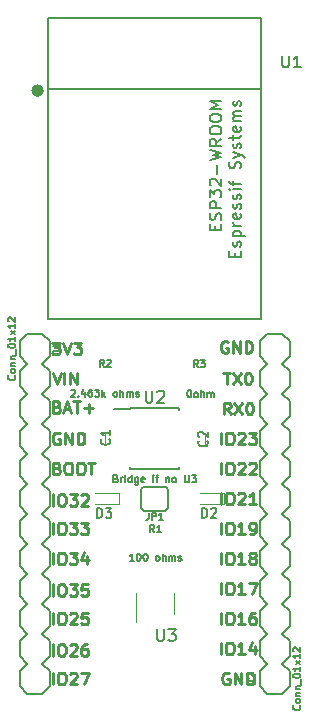
<source format=gbr>
G04 #@! TF.GenerationSoftware,KiCad,Pcbnew,(5.0.2)-1*
G04 #@! TF.CreationDate,2019-10-20T23:59:16+02:00*
G04 #@! TF.ProjectId,esp32-lifepo4 - slim,65737033-322d-46c6-9966-65706f34202d,rev?*
G04 #@! TF.SameCoordinates,Original*
G04 #@! TF.FileFunction,Legend,Top*
G04 #@! TF.FilePolarity,Positive*
%FSLAX46Y46*%
G04 Gerber Fmt 4.6, Leading zero omitted, Abs format (unit mm)*
G04 Created by KiCad (PCBNEW (5.0.2)-1) date 20/10/2019 23:59:16*
%MOMM*%
%LPD*%
G01*
G04 APERTURE LIST*
%ADD10C,0.250000*%
%ADD11C,0.500000*%
%ADD12C,0.150000*%
%ADD13C,0.120000*%
%ADD14C,0.203200*%
%ADD15C,0.152400*%
%ADD16C,0.127000*%
G04 APERTURE END LIST*
D10*
X153289095Y-117991000D02*
X153193857Y-117943380D01*
X153051000Y-117943380D01*
X152908142Y-117991000D01*
X152812904Y-118086238D01*
X152765285Y-118181476D01*
X152717666Y-118371952D01*
X152717666Y-118514809D01*
X152765285Y-118705285D01*
X152812904Y-118800523D01*
X152908142Y-118895761D01*
X153051000Y-118943380D01*
X153146238Y-118943380D01*
X153289095Y-118895761D01*
X153336714Y-118848142D01*
X153336714Y-118514809D01*
X153146238Y-118514809D01*
X153765285Y-118943380D02*
X153765285Y-117943380D01*
X154336714Y-118943380D01*
X154336714Y-117943380D01*
X154812904Y-118943380D02*
X154812904Y-117943380D01*
X155051000Y-117943380D01*
X155193857Y-117991000D01*
X155289095Y-118086238D01*
X155336714Y-118181476D01*
X155384333Y-118371952D01*
X155384333Y-118514809D01*
X155336714Y-118705285D01*
X155289095Y-118800523D01*
X155193857Y-118895761D01*
X155051000Y-118943380D01*
X154812904Y-118943380D01*
X153162095Y-89924000D02*
X153066857Y-89876380D01*
X152924000Y-89876380D01*
X152781142Y-89924000D01*
X152685904Y-90019238D01*
X152638285Y-90114476D01*
X152590666Y-90304952D01*
X152590666Y-90447809D01*
X152638285Y-90638285D01*
X152685904Y-90733523D01*
X152781142Y-90828761D01*
X152924000Y-90876380D01*
X153019238Y-90876380D01*
X153162095Y-90828761D01*
X153209714Y-90781142D01*
X153209714Y-90447809D01*
X153019238Y-90447809D01*
X153638285Y-90876380D02*
X153638285Y-89876380D01*
X154209714Y-90876380D01*
X154209714Y-89876380D01*
X154685904Y-90876380D02*
X154685904Y-89876380D01*
X154924000Y-89876380D01*
X155066857Y-89924000D01*
X155162095Y-90019238D01*
X155209714Y-90114476D01*
X155257333Y-90304952D01*
X155257333Y-90447809D01*
X155209714Y-90638285D01*
X155162095Y-90733523D01*
X155066857Y-90828761D01*
X154924000Y-90876380D01*
X154685904Y-90876380D01*
X152812904Y-92543380D02*
X153384333Y-92543380D01*
X153098619Y-93543380D02*
X153098619Y-92543380D01*
X153622428Y-92543380D02*
X154289095Y-93543380D01*
X154289095Y-92543380D02*
X153622428Y-93543380D01*
X154860523Y-92543380D02*
X154955761Y-92543380D01*
X155051000Y-92591000D01*
X155098619Y-92638619D01*
X155146238Y-92733857D01*
X155193857Y-92924333D01*
X155193857Y-93162428D01*
X155146238Y-93352904D01*
X155098619Y-93448142D01*
X155051000Y-93495761D01*
X154955761Y-93543380D01*
X154860523Y-93543380D01*
X154765285Y-93495761D01*
X154717666Y-93448142D01*
X154670047Y-93352904D01*
X154622428Y-93162428D01*
X154622428Y-92924333D01*
X154670047Y-92733857D01*
X154717666Y-92638619D01*
X154765285Y-92591000D01*
X154860523Y-92543380D01*
X153408142Y-96083380D02*
X153074809Y-95607190D01*
X152836714Y-96083380D02*
X152836714Y-95083380D01*
X153217666Y-95083380D01*
X153312904Y-95131000D01*
X153360523Y-95178619D01*
X153408142Y-95273857D01*
X153408142Y-95416714D01*
X153360523Y-95511952D01*
X153312904Y-95559571D01*
X153217666Y-95607190D01*
X152836714Y-95607190D01*
X153741476Y-95083380D02*
X154408142Y-96083380D01*
X154408142Y-95083380D02*
X153741476Y-96083380D01*
X154979571Y-95083380D02*
X155074809Y-95083380D01*
X155170047Y-95131000D01*
X155217666Y-95178619D01*
X155265285Y-95273857D01*
X155312904Y-95464333D01*
X155312904Y-95702428D01*
X155265285Y-95892904D01*
X155217666Y-95988142D01*
X155170047Y-96035761D01*
X155074809Y-96083380D01*
X154979571Y-96083380D01*
X154884333Y-96035761D01*
X154836714Y-95988142D01*
X154789095Y-95892904D01*
X154741476Y-95702428D01*
X154741476Y-95464333D01*
X154789095Y-95273857D01*
X154836714Y-95178619D01*
X154884333Y-95131000D01*
X154979571Y-95083380D01*
X152574809Y-98623380D02*
X152574809Y-97623380D01*
X153241476Y-97623380D02*
X153431952Y-97623380D01*
X153527190Y-97671000D01*
X153622428Y-97766238D01*
X153670047Y-97956714D01*
X153670047Y-98290047D01*
X153622428Y-98480523D01*
X153527190Y-98575761D01*
X153431952Y-98623380D01*
X153241476Y-98623380D01*
X153146238Y-98575761D01*
X153051000Y-98480523D01*
X153003380Y-98290047D01*
X153003380Y-97956714D01*
X153051000Y-97766238D01*
X153146238Y-97671000D01*
X153241476Y-97623380D01*
X154051000Y-97718619D02*
X154098619Y-97671000D01*
X154193857Y-97623380D01*
X154431952Y-97623380D01*
X154527190Y-97671000D01*
X154574809Y-97718619D01*
X154622428Y-97813857D01*
X154622428Y-97909095D01*
X154574809Y-98051952D01*
X154003380Y-98623380D01*
X154622428Y-98623380D01*
X154955761Y-97623380D02*
X155574809Y-97623380D01*
X155241476Y-98004333D01*
X155384333Y-98004333D01*
X155479571Y-98051952D01*
X155527190Y-98099571D01*
X155574809Y-98194809D01*
X155574809Y-98432904D01*
X155527190Y-98528142D01*
X155479571Y-98575761D01*
X155384333Y-98623380D01*
X155098619Y-98623380D01*
X155003380Y-98575761D01*
X154955761Y-98528142D01*
X152574809Y-101163380D02*
X152574809Y-100163380D01*
X153241476Y-100163380D02*
X153431952Y-100163380D01*
X153527190Y-100211000D01*
X153622428Y-100306238D01*
X153670047Y-100496714D01*
X153670047Y-100830047D01*
X153622428Y-101020523D01*
X153527190Y-101115761D01*
X153431952Y-101163380D01*
X153241476Y-101163380D01*
X153146238Y-101115761D01*
X153051000Y-101020523D01*
X153003380Y-100830047D01*
X153003380Y-100496714D01*
X153051000Y-100306238D01*
X153146238Y-100211000D01*
X153241476Y-100163380D01*
X154051000Y-100258619D02*
X154098619Y-100211000D01*
X154193857Y-100163380D01*
X154431952Y-100163380D01*
X154527190Y-100211000D01*
X154574809Y-100258619D01*
X154622428Y-100353857D01*
X154622428Y-100449095D01*
X154574809Y-100591952D01*
X154003380Y-101163380D01*
X154622428Y-101163380D01*
X155003380Y-100258619D02*
X155051000Y-100211000D01*
X155146238Y-100163380D01*
X155384333Y-100163380D01*
X155479571Y-100211000D01*
X155527190Y-100258619D01*
X155574809Y-100353857D01*
X155574809Y-100449095D01*
X155527190Y-100591952D01*
X154955761Y-101163380D01*
X155574809Y-101163380D01*
X152574809Y-103703380D02*
X152574809Y-102703380D01*
X153241476Y-102703380D02*
X153431952Y-102703380D01*
X153527190Y-102751000D01*
X153622428Y-102846238D01*
X153670047Y-103036714D01*
X153670047Y-103370047D01*
X153622428Y-103560523D01*
X153527190Y-103655761D01*
X153431952Y-103703380D01*
X153241476Y-103703380D01*
X153146238Y-103655761D01*
X153051000Y-103560523D01*
X153003380Y-103370047D01*
X153003380Y-103036714D01*
X153051000Y-102846238D01*
X153146238Y-102751000D01*
X153241476Y-102703380D01*
X154051000Y-102798619D02*
X154098619Y-102751000D01*
X154193857Y-102703380D01*
X154431952Y-102703380D01*
X154527190Y-102751000D01*
X154574809Y-102798619D01*
X154622428Y-102893857D01*
X154622428Y-102989095D01*
X154574809Y-103131952D01*
X154003380Y-103703380D01*
X154622428Y-103703380D01*
X155574809Y-103703380D02*
X155003380Y-103703380D01*
X155289095Y-103703380D02*
X155289095Y-102703380D01*
X155193857Y-102846238D01*
X155098619Y-102941476D01*
X155003380Y-102989095D01*
X152574809Y-106243380D02*
X152574809Y-105243380D01*
X153241476Y-105243380D02*
X153431952Y-105243380D01*
X153527190Y-105291000D01*
X153622428Y-105386238D01*
X153670047Y-105576714D01*
X153670047Y-105910047D01*
X153622428Y-106100523D01*
X153527190Y-106195761D01*
X153431952Y-106243380D01*
X153241476Y-106243380D01*
X153146238Y-106195761D01*
X153051000Y-106100523D01*
X153003380Y-105910047D01*
X153003380Y-105576714D01*
X153051000Y-105386238D01*
X153146238Y-105291000D01*
X153241476Y-105243380D01*
X154622428Y-106243380D02*
X154051000Y-106243380D01*
X154336714Y-106243380D02*
X154336714Y-105243380D01*
X154241476Y-105386238D01*
X154146238Y-105481476D01*
X154051000Y-105529095D01*
X155098619Y-106243380D02*
X155289095Y-106243380D01*
X155384333Y-106195761D01*
X155431952Y-106148142D01*
X155527190Y-106005285D01*
X155574809Y-105814809D01*
X155574809Y-105433857D01*
X155527190Y-105338619D01*
X155479571Y-105291000D01*
X155384333Y-105243380D01*
X155193857Y-105243380D01*
X155098619Y-105291000D01*
X155051000Y-105338619D01*
X155003380Y-105433857D01*
X155003380Y-105671952D01*
X155051000Y-105767190D01*
X155098619Y-105814809D01*
X155193857Y-105862428D01*
X155384333Y-105862428D01*
X155479571Y-105814809D01*
X155527190Y-105767190D01*
X155574809Y-105671952D01*
X152574809Y-108783380D02*
X152574809Y-107783380D01*
X153241476Y-107783380D02*
X153431952Y-107783380D01*
X153527190Y-107831000D01*
X153622428Y-107926238D01*
X153670047Y-108116714D01*
X153670047Y-108450047D01*
X153622428Y-108640523D01*
X153527190Y-108735761D01*
X153431952Y-108783380D01*
X153241476Y-108783380D01*
X153146238Y-108735761D01*
X153051000Y-108640523D01*
X153003380Y-108450047D01*
X153003380Y-108116714D01*
X153051000Y-107926238D01*
X153146238Y-107831000D01*
X153241476Y-107783380D01*
X154622428Y-108783380D02*
X154051000Y-108783380D01*
X154336714Y-108783380D02*
X154336714Y-107783380D01*
X154241476Y-107926238D01*
X154146238Y-108021476D01*
X154051000Y-108069095D01*
X155193857Y-108211952D02*
X155098619Y-108164333D01*
X155051000Y-108116714D01*
X155003380Y-108021476D01*
X155003380Y-107973857D01*
X155051000Y-107878619D01*
X155098619Y-107831000D01*
X155193857Y-107783380D01*
X155384333Y-107783380D01*
X155479571Y-107831000D01*
X155527190Y-107878619D01*
X155574809Y-107973857D01*
X155574809Y-108021476D01*
X155527190Y-108116714D01*
X155479571Y-108164333D01*
X155384333Y-108211952D01*
X155193857Y-108211952D01*
X155098619Y-108259571D01*
X155051000Y-108307190D01*
X155003380Y-108402428D01*
X155003380Y-108592904D01*
X155051000Y-108688142D01*
X155098619Y-108735761D01*
X155193857Y-108783380D01*
X155384333Y-108783380D01*
X155479571Y-108735761D01*
X155527190Y-108688142D01*
X155574809Y-108592904D01*
X155574809Y-108402428D01*
X155527190Y-108307190D01*
X155479571Y-108259571D01*
X155384333Y-108211952D01*
X152574809Y-111323380D02*
X152574809Y-110323380D01*
X153241476Y-110323380D02*
X153431952Y-110323380D01*
X153527190Y-110371000D01*
X153622428Y-110466238D01*
X153670047Y-110656714D01*
X153670047Y-110990047D01*
X153622428Y-111180523D01*
X153527190Y-111275761D01*
X153431952Y-111323380D01*
X153241476Y-111323380D01*
X153146238Y-111275761D01*
X153051000Y-111180523D01*
X153003380Y-110990047D01*
X153003380Y-110656714D01*
X153051000Y-110466238D01*
X153146238Y-110371000D01*
X153241476Y-110323380D01*
X154622428Y-111323380D02*
X154051000Y-111323380D01*
X154336714Y-111323380D02*
X154336714Y-110323380D01*
X154241476Y-110466238D01*
X154146238Y-110561476D01*
X154051000Y-110609095D01*
X154955761Y-110323380D02*
X155622428Y-110323380D01*
X155193857Y-111323380D01*
X152574809Y-113863380D02*
X152574809Y-112863380D01*
X153241476Y-112863380D02*
X153431952Y-112863380D01*
X153527190Y-112911000D01*
X153622428Y-113006238D01*
X153670047Y-113196714D01*
X153670047Y-113530047D01*
X153622428Y-113720523D01*
X153527190Y-113815761D01*
X153431952Y-113863380D01*
X153241476Y-113863380D01*
X153146238Y-113815761D01*
X153051000Y-113720523D01*
X153003380Y-113530047D01*
X153003380Y-113196714D01*
X153051000Y-113006238D01*
X153146238Y-112911000D01*
X153241476Y-112863380D01*
X154622428Y-113863380D02*
X154051000Y-113863380D01*
X154336714Y-113863380D02*
X154336714Y-112863380D01*
X154241476Y-113006238D01*
X154146238Y-113101476D01*
X154051000Y-113149095D01*
X155479571Y-112863380D02*
X155289095Y-112863380D01*
X155193857Y-112911000D01*
X155146238Y-112958619D01*
X155051000Y-113101476D01*
X155003380Y-113291952D01*
X155003380Y-113672904D01*
X155051000Y-113768142D01*
X155098619Y-113815761D01*
X155193857Y-113863380D01*
X155384333Y-113863380D01*
X155479571Y-113815761D01*
X155527190Y-113768142D01*
X155574809Y-113672904D01*
X155574809Y-113434809D01*
X155527190Y-113339571D01*
X155479571Y-113291952D01*
X155384333Y-113244333D01*
X155193857Y-113244333D01*
X155098619Y-113291952D01*
X155051000Y-113339571D01*
X155003380Y-113434809D01*
X152574809Y-116403380D02*
X152574809Y-115403380D01*
X153241476Y-115403380D02*
X153431952Y-115403380D01*
X153527190Y-115451000D01*
X153622428Y-115546238D01*
X153670047Y-115736714D01*
X153670047Y-116070047D01*
X153622428Y-116260523D01*
X153527190Y-116355761D01*
X153431952Y-116403380D01*
X153241476Y-116403380D01*
X153146238Y-116355761D01*
X153051000Y-116260523D01*
X153003380Y-116070047D01*
X153003380Y-115736714D01*
X153051000Y-115546238D01*
X153146238Y-115451000D01*
X153241476Y-115403380D01*
X154622428Y-116403380D02*
X154051000Y-116403380D01*
X154336714Y-116403380D02*
X154336714Y-115403380D01*
X154241476Y-115546238D01*
X154146238Y-115641476D01*
X154051000Y-115689095D01*
X155479571Y-115736714D02*
X155479571Y-116403380D01*
X155241476Y-115355761D02*
X155003380Y-116070047D01*
X155622428Y-116070047D01*
X138350809Y-118943380D02*
X138350809Y-117943380D01*
X139017476Y-117943380D02*
X139207952Y-117943380D01*
X139303190Y-117991000D01*
X139398428Y-118086238D01*
X139446047Y-118276714D01*
X139446047Y-118610047D01*
X139398428Y-118800523D01*
X139303190Y-118895761D01*
X139207952Y-118943380D01*
X139017476Y-118943380D01*
X138922238Y-118895761D01*
X138827000Y-118800523D01*
X138779380Y-118610047D01*
X138779380Y-118276714D01*
X138827000Y-118086238D01*
X138922238Y-117991000D01*
X139017476Y-117943380D01*
X139827000Y-118038619D02*
X139874619Y-117991000D01*
X139969857Y-117943380D01*
X140207952Y-117943380D01*
X140303190Y-117991000D01*
X140350809Y-118038619D01*
X140398428Y-118133857D01*
X140398428Y-118229095D01*
X140350809Y-118371952D01*
X139779380Y-118943380D01*
X140398428Y-118943380D01*
X140731761Y-117943380D02*
X141398428Y-117943380D01*
X140969857Y-118943380D01*
X138350809Y-116530380D02*
X138350809Y-115530380D01*
X139017476Y-115530380D02*
X139207952Y-115530380D01*
X139303190Y-115578000D01*
X139398428Y-115673238D01*
X139446047Y-115863714D01*
X139446047Y-116197047D01*
X139398428Y-116387523D01*
X139303190Y-116482761D01*
X139207952Y-116530380D01*
X139017476Y-116530380D01*
X138922238Y-116482761D01*
X138827000Y-116387523D01*
X138779380Y-116197047D01*
X138779380Y-115863714D01*
X138827000Y-115673238D01*
X138922238Y-115578000D01*
X139017476Y-115530380D01*
X139827000Y-115625619D02*
X139874619Y-115578000D01*
X139969857Y-115530380D01*
X140207952Y-115530380D01*
X140303190Y-115578000D01*
X140350809Y-115625619D01*
X140398428Y-115720857D01*
X140398428Y-115816095D01*
X140350809Y-115958952D01*
X139779380Y-116530380D01*
X140398428Y-116530380D01*
X141255571Y-115530380D02*
X141065095Y-115530380D01*
X140969857Y-115578000D01*
X140922238Y-115625619D01*
X140827000Y-115768476D01*
X140779380Y-115958952D01*
X140779380Y-116339904D01*
X140827000Y-116435142D01*
X140874619Y-116482761D01*
X140969857Y-116530380D01*
X141160333Y-116530380D01*
X141255571Y-116482761D01*
X141303190Y-116435142D01*
X141350809Y-116339904D01*
X141350809Y-116101809D01*
X141303190Y-116006571D01*
X141255571Y-115958952D01*
X141160333Y-115911333D01*
X140969857Y-115911333D01*
X140874619Y-115958952D01*
X140827000Y-116006571D01*
X140779380Y-116101809D01*
X138350809Y-113863380D02*
X138350809Y-112863380D01*
X139017476Y-112863380D02*
X139207952Y-112863380D01*
X139303190Y-112911000D01*
X139398428Y-113006238D01*
X139446047Y-113196714D01*
X139446047Y-113530047D01*
X139398428Y-113720523D01*
X139303190Y-113815761D01*
X139207952Y-113863380D01*
X139017476Y-113863380D01*
X138922238Y-113815761D01*
X138827000Y-113720523D01*
X138779380Y-113530047D01*
X138779380Y-113196714D01*
X138827000Y-113006238D01*
X138922238Y-112911000D01*
X139017476Y-112863380D01*
X139827000Y-112958619D02*
X139874619Y-112911000D01*
X139969857Y-112863380D01*
X140207952Y-112863380D01*
X140303190Y-112911000D01*
X140350809Y-112958619D01*
X140398428Y-113053857D01*
X140398428Y-113149095D01*
X140350809Y-113291952D01*
X139779380Y-113863380D01*
X140398428Y-113863380D01*
X141303190Y-112863380D02*
X140827000Y-112863380D01*
X140779380Y-113339571D01*
X140827000Y-113291952D01*
X140922238Y-113244333D01*
X141160333Y-113244333D01*
X141255571Y-113291952D01*
X141303190Y-113339571D01*
X141350809Y-113434809D01*
X141350809Y-113672904D01*
X141303190Y-113768142D01*
X141255571Y-113815761D01*
X141160333Y-113863380D01*
X140922238Y-113863380D01*
X140827000Y-113815761D01*
X140779380Y-113768142D01*
X138350809Y-111450380D02*
X138350809Y-110450380D01*
X139017476Y-110450380D02*
X139207952Y-110450380D01*
X139303190Y-110498000D01*
X139398428Y-110593238D01*
X139446047Y-110783714D01*
X139446047Y-111117047D01*
X139398428Y-111307523D01*
X139303190Y-111402761D01*
X139207952Y-111450380D01*
X139017476Y-111450380D01*
X138922238Y-111402761D01*
X138827000Y-111307523D01*
X138779380Y-111117047D01*
X138779380Y-110783714D01*
X138827000Y-110593238D01*
X138922238Y-110498000D01*
X139017476Y-110450380D01*
X139779380Y-110450380D02*
X140398428Y-110450380D01*
X140065095Y-110831333D01*
X140207952Y-110831333D01*
X140303190Y-110878952D01*
X140350809Y-110926571D01*
X140398428Y-111021809D01*
X140398428Y-111259904D01*
X140350809Y-111355142D01*
X140303190Y-111402761D01*
X140207952Y-111450380D01*
X139922238Y-111450380D01*
X139827000Y-111402761D01*
X139779380Y-111355142D01*
X141303190Y-110450380D02*
X140827000Y-110450380D01*
X140779380Y-110926571D01*
X140827000Y-110878952D01*
X140922238Y-110831333D01*
X141160333Y-110831333D01*
X141255571Y-110878952D01*
X141303190Y-110926571D01*
X141350809Y-111021809D01*
X141350809Y-111259904D01*
X141303190Y-111355142D01*
X141255571Y-111402761D01*
X141160333Y-111450380D01*
X140922238Y-111450380D01*
X140827000Y-111402761D01*
X140779380Y-111355142D01*
X138350809Y-108783380D02*
X138350809Y-107783380D01*
X139017476Y-107783380D02*
X139207952Y-107783380D01*
X139303190Y-107831000D01*
X139398428Y-107926238D01*
X139446047Y-108116714D01*
X139446047Y-108450047D01*
X139398428Y-108640523D01*
X139303190Y-108735761D01*
X139207952Y-108783380D01*
X139017476Y-108783380D01*
X138922238Y-108735761D01*
X138827000Y-108640523D01*
X138779380Y-108450047D01*
X138779380Y-108116714D01*
X138827000Y-107926238D01*
X138922238Y-107831000D01*
X139017476Y-107783380D01*
X139779380Y-107783380D02*
X140398428Y-107783380D01*
X140065095Y-108164333D01*
X140207952Y-108164333D01*
X140303190Y-108211952D01*
X140350809Y-108259571D01*
X140398428Y-108354809D01*
X140398428Y-108592904D01*
X140350809Y-108688142D01*
X140303190Y-108735761D01*
X140207952Y-108783380D01*
X139922238Y-108783380D01*
X139827000Y-108735761D01*
X139779380Y-108688142D01*
X141255571Y-108116714D02*
X141255571Y-108783380D01*
X141017476Y-107735761D02*
X140779380Y-108450047D01*
X141398428Y-108450047D01*
X138350809Y-106243380D02*
X138350809Y-105243380D01*
X139017476Y-105243380D02*
X139207952Y-105243380D01*
X139303190Y-105291000D01*
X139398428Y-105386238D01*
X139446047Y-105576714D01*
X139446047Y-105910047D01*
X139398428Y-106100523D01*
X139303190Y-106195761D01*
X139207952Y-106243380D01*
X139017476Y-106243380D01*
X138922238Y-106195761D01*
X138827000Y-106100523D01*
X138779380Y-105910047D01*
X138779380Y-105576714D01*
X138827000Y-105386238D01*
X138922238Y-105291000D01*
X139017476Y-105243380D01*
X139779380Y-105243380D02*
X140398428Y-105243380D01*
X140065095Y-105624333D01*
X140207952Y-105624333D01*
X140303190Y-105671952D01*
X140350809Y-105719571D01*
X140398428Y-105814809D01*
X140398428Y-106052904D01*
X140350809Y-106148142D01*
X140303190Y-106195761D01*
X140207952Y-106243380D01*
X139922238Y-106243380D01*
X139827000Y-106195761D01*
X139779380Y-106148142D01*
X140731761Y-105243380D02*
X141350809Y-105243380D01*
X141017476Y-105624333D01*
X141160333Y-105624333D01*
X141255571Y-105671952D01*
X141303190Y-105719571D01*
X141350809Y-105814809D01*
X141350809Y-106052904D01*
X141303190Y-106148142D01*
X141255571Y-106195761D01*
X141160333Y-106243380D01*
X140874619Y-106243380D01*
X140779380Y-106195761D01*
X140731761Y-106148142D01*
X138350809Y-103830380D02*
X138350809Y-102830380D01*
X139017476Y-102830380D02*
X139207952Y-102830380D01*
X139303190Y-102878000D01*
X139398428Y-102973238D01*
X139446047Y-103163714D01*
X139446047Y-103497047D01*
X139398428Y-103687523D01*
X139303190Y-103782761D01*
X139207952Y-103830380D01*
X139017476Y-103830380D01*
X138922238Y-103782761D01*
X138827000Y-103687523D01*
X138779380Y-103497047D01*
X138779380Y-103163714D01*
X138827000Y-102973238D01*
X138922238Y-102878000D01*
X139017476Y-102830380D01*
X139779380Y-102830380D02*
X140398428Y-102830380D01*
X140065095Y-103211333D01*
X140207952Y-103211333D01*
X140303190Y-103258952D01*
X140350809Y-103306571D01*
X140398428Y-103401809D01*
X140398428Y-103639904D01*
X140350809Y-103735142D01*
X140303190Y-103782761D01*
X140207952Y-103830380D01*
X139922238Y-103830380D01*
X139827000Y-103782761D01*
X139779380Y-103735142D01*
X140779380Y-102925619D02*
X140827000Y-102878000D01*
X140922238Y-102830380D01*
X141160333Y-102830380D01*
X141255571Y-102878000D01*
X141303190Y-102925619D01*
X141350809Y-103020857D01*
X141350809Y-103116095D01*
X141303190Y-103258952D01*
X140731761Y-103830380D01*
X141350809Y-103830380D01*
X138723857Y-100639571D02*
X138866714Y-100687190D01*
X138914333Y-100734809D01*
X138961952Y-100830047D01*
X138961952Y-100972904D01*
X138914333Y-101068142D01*
X138866714Y-101115761D01*
X138771476Y-101163380D01*
X138390523Y-101163380D01*
X138390523Y-100163380D01*
X138723857Y-100163380D01*
X138819095Y-100211000D01*
X138866714Y-100258619D01*
X138914333Y-100353857D01*
X138914333Y-100449095D01*
X138866714Y-100544333D01*
X138819095Y-100591952D01*
X138723857Y-100639571D01*
X138390523Y-100639571D01*
X139581000Y-100163380D02*
X139771476Y-100163380D01*
X139866714Y-100211000D01*
X139961952Y-100306238D01*
X140009571Y-100496714D01*
X140009571Y-100830047D01*
X139961952Y-101020523D01*
X139866714Y-101115761D01*
X139771476Y-101163380D01*
X139581000Y-101163380D01*
X139485761Y-101115761D01*
X139390523Y-101020523D01*
X139342904Y-100830047D01*
X139342904Y-100496714D01*
X139390523Y-100306238D01*
X139485761Y-100211000D01*
X139581000Y-100163380D01*
X140628619Y-100163380D02*
X140819095Y-100163380D01*
X140914333Y-100211000D01*
X141009571Y-100306238D01*
X141057190Y-100496714D01*
X141057190Y-100830047D01*
X141009571Y-101020523D01*
X140914333Y-101115761D01*
X140819095Y-101163380D01*
X140628619Y-101163380D01*
X140533380Y-101115761D01*
X140438142Y-101020523D01*
X140390523Y-100830047D01*
X140390523Y-100496714D01*
X140438142Y-100306238D01*
X140533380Y-100211000D01*
X140628619Y-100163380D01*
X141342904Y-100163380D02*
X141914333Y-100163380D01*
X141628619Y-101163380D02*
X141628619Y-100163380D01*
X138938095Y-97671000D02*
X138842857Y-97623380D01*
X138700000Y-97623380D01*
X138557142Y-97671000D01*
X138461904Y-97766238D01*
X138414285Y-97861476D01*
X138366666Y-98051952D01*
X138366666Y-98194809D01*
X138414285Y-98385285D01*
X138461904Y-98480523D01*
X138557142Y-98575761D01*
X138700000Y-98623380D01*
X138795238Y-98623380D01*
X138938095Y-98575761D01*
X138985714Y-98528142D01*
X138985714Y-98194809D01*
X138795238Y-98194809D01*
X139414285Y-98623380D02*
X139414285Y-97623380D01*
X139985714Y-98623380D01*
X139985714Y-97623380D01*
X140461904Y-98623380D02*
X140461904Y-97623380D01*
X140700000Y-97623380D01*
X140842857Y-97671000D01*
X140938095Y-97766238D01*
X140985714Y-97861476D01*
X141033333Y-98051952D01*
X141033333Y-98194809D01*
X140985714Y-98385285D01*
X140938095Y-98480523D01*
X140842857Y-98575761D01*
X140700000Y-98623380D01*
X140461904Y-98623380D01*
X138723857Y-95432571D02*
X138866714Y-95480190D01*
X138914333Y-95527809D01*
X138961952Y-95623047D01*
X138961952Y-95765904D01*
X138914333Y-95861142D01*
X138866714Y-95908761D01*
X138771476Y-95956380D01*
X138390523Y-95956380D01*
X138390523Y-94956380D01*
X138723857Y-94956380D01*
X138819095Y-95004000D01*
X138866714Y-95051619D01*
X138914333Y-95146857D01*
X138914333Y-95242095D01*
X138866714Y-95337333D01*
X138819095Y-95384952D01*
X138723857Y-95432571D01*
X138390523Y-95432571D01*
X139342904Y-95670666D02*
X139819095Y-95670666D01*
X139247666Y-95956380D02*
X139581000Y-94956380D01*
X139914333Y-95956380D01*
X140104809Y-94956380D02*
X140676238Y-94956380D01*
X140390523Y-95956380D02*
X140390523Y-94956380D01*
X141009571Y-95575428D02*
X141771476Y-95575428D01*
X141390523Y-95956380D02*
X141390523Y-95194476D01*
X138334904Y-90003380D02*
X138953952Y-90003380D01*
X138620619Y-90384333D01*
X138763476Y-90384333D01*
X138858714Y-90431952D01*
X138906333Y-90479571D01*
X138953952Y-90574809D01*
X138953952Y-90812904D01*
X138906333Y-90908142D01*
X138858714Y-90955761D01*
X138763476Y-91003380D01*
X138477761Y-91003380D01*
X138382523Y-90955761D01*
X138334904Y-90908142D01*
X139239666Y-90003380D02*
X139573000Y-91003380D01*
X139906333Y-90003380D01*
X140144428Y-90003380D02*
X140763476Y-90003380D01*
X140430142Y-90384333D01*
X140573000Y-90384333D01*
X140668238Y-90431952D01*
X140715857Y-90479571D01*
X140763476Y-90574809D01*
X140763476Y-90812904D01*
X140715857Y-90908142D01*
X140668238Y-90955761D01*
X140573000Y-91003380D01*
X140287285Y-91003380D01*
X140192047Y-90955761D01*
X140144428Y-90908142D01*
X138350761Y-92543380D02*
X138684095Y-93543380D01*
X139017428Y-92543380D01*
X139350761Y-93543380D02*
X139350761Y-92543380D01*
X139826952Y-93543380D02*
X139826952Y-92543380D01*
X140398380Y-93543380D01*
X140398380Y-92543380D01*
D11*
G04 #@! TO.C,U1*
X137354141Y-68666934D02*
G75*
G03X137354141Y-68666934I-283981J0D01*
G01*
D12*
X155976160Y-68520934D02*
X137976160Y-68520934D01*
X137976160Y-62520934D02*
X137976160Y-88020934D01*
X155976160Y-62520934D02*
X155976160Y-88020934D01*
X155976160Y-88020934D02*
X137976160Y-88020934D01*
X155976160Y-62520934D02*
X137976160Y-62520934D01*
D13*
G04 #@! TO.C,C1*
X142746160Y-98630934D02*
X142746160Y-97630934D01*
X141046160Y-97630934D02*
X141046160Y-98630934D01*
G04 #@! TO.C,C2*
X152906160Y-98630934D02*
X152906160Y-97630934D01*
X151206160Y-97630934D02*
X151206160Y-98630934D01*
G04 #@! TO.C,D2*
X152886160Y-103710934D02*
X150786160Y-103710934D01*
X152886160Y-102710934D02*
X150786160Y-102710934D01*
X152886160Y-103710934D02*
X152886160Y-102710934D01*
G04 #@! TO.C,D3*
X143996160Y-103710934D02*
X143996160Y-102710934D01*
X143996160Y-102710934D02*
X141896160Y-102710934D01*
X143996160Y-103710934D02*
X141896160Y-103710934D01*
D14*
G04 #@! TO.C,J1*
X138086160Y-105115934D02*
X138086160Y-106385934D01*
X138086160Y-106385934D02*
X137451160Y-107020934D01*
X136181160Y-107020934D02*
X135546160Y-106385934D01*
X137451160Y-101940934D02*
X138086160Y-102575934D01*
X138086160Y-102575934D02*
X138086160Y-103845934D01*
X138086160Y-103845934D02*
X137451160Y-104480934D01*
X136181160Y-104480934D02*
X135546160Y-103845934D01*
X135546160Y-103845934D02*
X135546160Y-102575934D01*
X135546160Y-102575934D02*
X136181160Y-101940934D01*
X138086160Y-105115934D02*
X137451160Y-104480934D01*
X136181160Y-104480934D02*
X135546160Y-105115934D01*
X135546160Y-106385934D02*
X135546160Y-105115934D01*
X138086160Y-97495934D02*
X138086160Y-98765934D01*
X138086160Y-98765934D02*
X137451160Y-99400934D01*
X136181160Y-99400934D02*
X135546160Y-98765934D01*
X137451160Y-99400934D02*
X138086160Y-100035934D01*
X138086160Y-100035934D02*
X138086160Y-101305934D01*
X138086160Y-101305934D02*
X137451160Y-101940934D01*
X136181160Y-101940934D02*
X135546160Y-101305934D01*
X135546160Y-101305934D02*
X135546160Y-100035934D01*
X135546160Y-100035934D02*
X136181160Y-99400934D01*
X137451160Y-94320934D02*
X138086160Y-94955934D01*
X138086160Y-94955934D02*
X138086160Y-96225934D01*
X138086160Y-96225934D02*
X137451160Y-96860934D01*
X136181160Y-96860934D02*
X135546160Y-96225934D01*
X135546160Y-96225934D02*
X135546160Y-94955934D01*
X135546160Y-94955934D02*
X136181160Y-94320934D01*
X138086160Y-97495934D02*
X137451160Y-96860934D01*
X136181160Y-96860934D02*
X135546160Y-97495934D01*
X135546160Y-98765934D02*
X135546160Y-97495934D01*
X138086160Y-89875934D02*
X138086160Y-91145934D01*
X138086160Y-91145934D02*
X137451160Y-91780934D01*
X136181160Y-91780934D02*
X135546160Y-91145934D01*
X137451160Y-91780934D02*
X138086160Y-92415934D01*
X138086160Y-92415934D02*
X138086160Y-93685934D01*
X138086160Y-93685934D02*
X137451160Y-94320934D01*
X136181160Y-94320934D02*
X135546160Y-93685934D01*
X135546160Y-93685934D02*
X135546160Y-92415934D01*
X135546160Y-92415934D02*
X136181160Y-91780934D01*
X137451160Y-89240934D02*
X136181160Y-89240934D01*
X138086160Y-89875934D02*
X137451160Y-89240934D01*
X136181160Y-89240934D02*
X135546160Y-89875934D01*
X135546160Y-91145934D02*
X135546160Y-89875934D01*
X138086160Y-107655934D02*
X138086160Y-108925934D01*
X138086160Y-108925934D02*
X137451160Y-109560934D01*
X136181160Y-109560934D02*
X135546160Y-108925934D01*
X138086160Y-107655934D02*
X137451160Y-107020934D01*
X136181160Y-107020934D02*
X135546160Y-107655934D01*
X135546160Y-108925934D02*
X135546160Y-107655934D01*
X138086160Y-110195934D02*
X138086160Y-111465934D01*
X138086160Y-111465934D02*
X137451160Y-112100934D01*
X136181160Y-112100934D02*
X135546160Y-111465934D01*
X138086160Y-110195934D02*
X137451160Y-109560934D01*
X136181160Y-109560934D02*
X135546160Y-110195934D01*
X135546160Y-111465934D02*
X135546160Y-110195934D01*
X138086160Y-112735934D02*
X138086160Y-114005934D01*
X138086160Y-114005934D02*
X137451160Y-114640934D01*
X136181160Y-114640934D02*
X135546160Y-114005934D01*
X138086160Y-112735934D02*
X137451160Y-112100934D01*
X136181160Y-112100934D02*
X135546160Y-112735934D01*
X135546160Y-114005934D02*
X135546160Y-112735934D01*
X138086160Y-115275934D02*
X138086160Y-116545934D01*
X138086160Y-116545934D02*
X137451160Y-117180934D01*
X136181160Y-117180934D02*
X135546160Y-116545934D01*
X138086160Y-115275934D02*
X137451160Y-114640934D01*
X136181160Y-114640934D02*
X135546160Y-115275934D01*
X135546160Y-116545934D02*
X135546160Y-115275934D01*
X138086160Y-117815934D02*
X138086160Y-119085934D01*
X138086160Y-119085934D02*
X137451160Y-119720934D01*
X137451160Y-119720934D02*
X136181160Y-119720934D01*
X136181160Y-119720934D02*
X135546160Y-119085934D01*
X138086160Y-117815934D02*
X137451160Y-117180934D01*
X136181160Y-117180934D02*
X135546160Y-117815934D01*
X135546160Y-119085934D02*
X135546160Y-117815934D01*
G04 #@! TO.C,J2*
X158406160Y-89875934D02*
X158406160Y-91145934D01*
X157771160Y-91780934D02*
X158406160Y-91145934D01*
X155866160Y-91145934D02*
X156501160Y-91780934D01*
X157771160Y-89240934D02*
X158406160Y-89875934D01*
X156501160Y-89240934D02*
X157771160Y-89240934D01*
X155866160Y-89875934D02*
X156501160Y-89240934D01*
X155866160Y-91145934D02*
X155866160Y-89875934D01*
X158406160Y-92415934D02*
X158406160Y-93685934D01*
X157771160Y-94320934D02*
X158406160Y-93685934D01*
X155866160Y-93685934D02*
X156501160Y-94320934D01*
X157771160Y-91780934D02*
X158406160Y-92415934D01*
X155866160Y-92415934D02*
X156501160Y-91780934D01*
X155866160Y-93685934D02*
X155866160Y-92415934D01*
X158406160Y-94955934D02*
X158406160Y-96225934D01*
X157771160Y-96860934D02*
X158406160Y-96225934D01*
X155866160Y-96225934D02*
X156501160Y-96860934D01*
X157771160Y-94320934D02*
X158406160Y-94955934D01*
X155866160Y-94955934D02*
X156501160Y-94320934D01*
X155866160Y-96225934D02*
X155866160Y-94955934D01*
X158406160Y-97495934D02*
X158406160Y-98765934D01*
X157771160Y-99400934D02*
X158406160Y-98765934D01*
X155866160Y-98765934D02*
X156501160Y-99400934D01*
X157771160Y-96860934D02*
X158406160Y-97495934D01*
X155866160Y-97495934D02*
X156501160Y-96860934D01*
X155866160Y-98765934D02*
X155866160Y-97495934D01*
X158406160Y-100035934D02*
X158406160Y-101305934D01*
X157771160Y-101940934D02*
X158406160Y-101305934D01*
X155866160Y-101305934D02*
X156501160Y-101940934D01*
X157771160Y-99400934D02*
X158406160Y-100035934D01*
X155866160Y-100035934D02*
X156501160Y-99400934D01*
X155866160Y-101305934D02*
X155866160Y-100035934D01*
X158406160Y-117815934D02*
X158406160Y-119085934D01*
X157771160Y-119720934D02*
X158406160Y-119085934D01*
X155866160Y-119085934D02*
X156501160Y-119720934D01*
X156501160Y-119720934D02*
X157771160Y-119720934D01*
X158406160Y-116545934D02*
X157771160Y-117180934D01*
X158406160Y-115275934D02*
X158406160Y-116545934D01*
X157771160Y-114640934D02*
X158406160Y-115275934D01*
X155866160Y-115275934D02*
X156501160Y-114640934D01*
X155866160Y-116545934D02*
X155866160Y-115275934D01*
X156501160Y-117180934D02*
X155866160Y-116545934D01*
X157771160Y-117180934D02*
X158406160Y-117815934D01*
X155866160Y-117815934D02*
X156501160Y-117180934D01*
X155866160Y-119085934D02*
X155866160Y-117815934D01*
X158406160Y-110195934D02*
X158406160Y-111465934D01*
X157771160Y-112100934D02*
X158406160Y-111465934D01*
X155866160Y-111465934D02*
X156501160Y-112100934D01*
X158406160Y-114005934D02*
X157771160Y-114640934D01*
X158406160Y-112735934D02*
X158406160Y-114005934D01*
X157771160Y-112100934D02*
X158406160Y-112735934D01*
X155866160Y-112735934D02*
X156501160Y-112100934D01*
X155866160Y-114005934D02*
X155866160Y-112735934D01*
X156501160Y-114640934D02*
X155866160Y-114005934D01*
X158406160Y-108925934D02*
X157771160Y-109560934D01*
X158406160Y-107655934D02*
X158406160Y-108925934D01*
X157771160Y-107020934D02*
X158406160Y-107655934D01*
X155866160Y-107655934D02*
X156501160Y-107020934D01*
X155866160Y-108925934D02*
X155866160Y-107655934D01*
X156501160Y-109560934D02*
X155866160Y-108925934D01*
X157771160Y-109560934D02*
X158406160Y-110195934D01*
X155866160Y-110195934D02*
X156501160Y-109560934D01*
X155866160Y-111465934D02*
X155866160Y-110195934D01*
X158406160Y-102575934D02*
X158406160Y-103845934D01*
X157771160Y-104480934D02*
X158406160Y-103845934D01*
X155866160Y-103845934D02*
X156501160Y-104480934D01*
X158406160Y-106385934D02*
X157771160Y-107020934D01*
X158406160Y-105115934D02*
X158406160Y-106385934D01*
X157771160Y-104480934D02*
X158406160Y-105115934D01*
X155866160Y-105115934D02*
X156501160Y-104480934D01*
X155866160Y-106385934D02*
X155866160Y-105115934D01*
X156501160Y-107020934D02*
X155866160Y-106385934D01*
X157771160Y-101940934D02*
X158406160Y-102575934D01*
X155866160Y-102575934D02*
X156501160Y-101940934D01*
X155866160Y-103845934D02*
X155866160Y-102575934D01*
D15*
G04 #@! TO.C,JP1*
X146112560Y-102194934D02*
X147839760Y-102194934D01*
X145858560Y-102448934D02*
X145858560Y-103972934D01*
X148093760Y-102448934D02*
X148093760Y-103972934D01*
X147839760Y-104226934D02*
X146112560Y-104226934D01*
X145858560Y-103972934D02*
G75*
G03X146112560Y-104226934I254000J0D01*
G01*
X147839760Y-104226934D02*
G75*
G03X148093760Y-103972934I0J254000D01*
G01*
X148093760Y-102448934D02*
G75*
G03X147839760Y-102194934I-254000J0D01*
G01*
X146112560Y-102194934D02*
G75*
G03X145858560Y-102448934I0J-254000D01*
G01*
D12*
G04 #@! TO.C,U2*
X144901160Y-95605934D02*
X143501160Y-95605934D01*
X144901160Y-100705934D02*
X149051160Y-100705934D01*
X144901160Y-95555934D02*
X149051160Y-95555934D01*
X144901160Y-100705934D02*
X144901160Y-100560934D01*
X149051160Y-100705934D02*
X149051160Y-100560934D01*
X149051160Y-95555934D02*
X149051160Y-95700934D01*
X144901160Y-95555934D02*
X144901160Y-95605934D01*
D13*
G04 #@! TO.C,U3*
X145366160Y-111200934D02*
X145366160Y-113650934D01*
X148586160Y-113000934D02*
X148586160Y-111200934D01*
G04 #@! TO.C,U1*
D12*
X157771255Y-65706314D02*
X157771255Y-66515838D01*
X157818874Y-66611076D01*
X157866493Y-66658695D01*
X157961731Y-66706314D01*
X158152207Y-66706314D01*
X158247445Y-66658695D01*
X158295064Y-66611076D01*
X158342683Y-66515838D01*
X158342683Y-65706314D01*
X159342683Y-66706314D02*
X158771255Y-66706314D01*
X159056969Y-66706314D02*
X159056969Y-65706314D01*
X158961731Y-65849172D01*
X158866493Y-65944410D01*
X158771255Y-65992029D01*
X153762731Y-82731362D02*
X153762731Y-82398029D01*
X154286540Y-82255172D02*
X154286540Y-82731362D01*
X153286540Y-82731362D01*
X153286540Y-82255172D01*
X154238921Y-81874219D02*
X154286540Y-81778981D01*
X154286540Y-81588505D01*
X154238921Y-81493267D01*
X154143683Y-81445648D01*
X154096064Y-81445648D01*
X154000826Y-81493267D01*
X153953207Y-81588505D01*
X153953207Y-81731362D01*
X153905588Y-81826600D01*
X153810350Y-81874219D01*
X153762731Y-81874219D01*
X153667493Y-81826600D01*
X153619874Y-81731362D01*
X153619874Y-81588505D01*
X153667493Y-81493267D01*
X153619874Y-81017076D02*
X154619874Y-81017076D01*
X153667493Y-81017076D02*
X153619874Y-80921838D01*
X153619874Y-80731362D01*
X153667493Y-80636124D01*
X153715112Y-80588505D01*
X153810350Y-80540886D01*
X154096064Y-80540886D01*
X154191302Y-80588505D01*
X154238921Y-80636124D01*
X154286540Y-80731362D01*
X154286540Y-80921838D01*
X154238921Y-81017076D01*
X154286540Y-80112314D02*
X153619874Y-80112314D01*
X153810350Y-80112314D02*
X153715112Y-80064695D01*
X153667493Y-80017076D01*
X153619874Y-79921838D01*
X153619874Y-79826600D01*
X154238921Y-79112314D02*
X154286540Y-79207553D01*
X154286540Y-79398029D01*
X154238921Y-79493267D01*
X154143683Y-79540886D01*
X153762731Y-79540886D01*
X153667493Y-79493267D01*
X153619874Y-79398029D01*
X153619874Y-79207553D01*
X153667493Y-79112314D01*
X153762731Y-79064695D01*
X153857969Y-79064695D01*
X153953207Y-79540886D01*
X154238921Y-78683743D02*
X154286540Y-78588505D01*
X154286540Y-78398029D01*
X154238921Y-78302791D01*
X154143683Y-78255172D01*
X154096064Y-78255172D01*
X154000826Y-78302791D01*
X153953207Y-78398029D01*
X153953207Y-78540886D01*
X153905588Y-78636124D01*
X153810350Y-78683743D01*
X153762731Y-78683743D01*
X153667493Y-78636124D01*
X153619874Y-78540886D01*
X153619874Y-78398029D01*
X153667493Y-78302791D01*
X154238921Y-77874219D02*
X154286540Y-77778981D01*
X154286540Y-77588505D01*
X154238921Y-77493267D01*
X154143683Y-77445648D01*
X154096064Y-77445648D01*
X154000826Y-77493267D01*
X153953207Y-77588505D01*
X153953207Y-77731362D01*
X153905588Y-77826600D01*
X153810350Y-77874219D01*
X153762731Y-77874219D01*
X153667493Y-77826600D01*
X153619874Y-77731362D01*
X153619874Y-77588505D01*
X153667493Y-77493267D01*
X154286540Y-77017076D02*
X153619874Y-77017076D01*
X153286540Y-77017076D02*
X153334160Y-77064695D01*
X153381779Y-77017076D01*
X153334160Y-76969457D01*
X153286540Y-77017076D01*
X153381779Y-77017076D01*
X153619874Y-76683743D02*
X153619874Y-76302791D01*
X154286540Y-76540886D02*
X153429398Y-76540886D01*
X153334160Y-76493267D01*
X153286540Y-76398029D01*
X153286540Y-76302791D01*
X154238921Y-75255172D02*
X154286540Y-75112314D01*
X154286540Y-74874219D01*
X154238921Y-74778981D01*
X154191302Y-74731362D01*
X154096064Y-74683743D01*
X154000826Y-74683743D01*
X153905588Y-74731362D01*
X153857969Y-74778981D01*
X153810350Y-74874219D01*
X153762731Y-75064695D01*
X153715112Y-75159934D01*
X153667493Y-75207553D01*
X153572255Y-75255172D01*
X153477017Y-75255172D01*
X153381779Y-75207553D01*
X153334160Y-75159934D01*
X153286540Y-75064695D01*
X153286540Y-74826600D01*
X153334160Y-74683743D01*
X153619874Y-74350410D02*
X154286540Y-74112314D01*
X153619874Y-73874219D02*
X154286540Y-74112314D01*
X154524636Y-74207553D01*
X154572255Y-74255172D01*
X154619874Y-74350410D01*
X154238921Y-73540886D02*
X154286540Y-73445648D01*
X154286540Y-73255172D01*
X154238921Y-73159934D01*
X154143683Y-73112314D01*
X154096064Y-73112314D01*
X154000826Y-73159934D01*
X153953207Y-73255172D01*
X153953207Y-73398029D01*
X153905588Y-73493267D01*
X153810350Y-73540886D01*
X153762731Y-73540886D01*
X153667493Y-73493267D01*
X153619874Y-73398029D01*
X153619874Y-73255172D01*
X153667493Y-73159934D01*
X153619874Y-72826600D02*
X153619874Y-72445648D01*
X153286540Y-72683743D02*
X154143683Y-72683743D01*
X154238921Y-72636124D01*
X154286540Y-72540886D01*
X154286540Y-72445648D01*
X154238921Y-71731362D02*
X154286540Y-71826600D01*
X154286540Y-72017076D01*
X154238921Y-72112314D01*
X154143683Y-72159934D01*
X153762731Y-72159934D01*
X153667493Y-72112314D01*
X153619874Y-72017076D01*
X153619874Y-71826600D01*
X153667493Y-71731362D01*
X153762731Y-71683743D01*
X153857969Y-71683743D01*
X153953207Y-72159934D01*
X154286540Y-71255172D02*
X153619874Y-71255172D01*
X153715112Y-71255172D02*
X153667493Y-71207553D01*
X153619874Y-71112314D01*
X153619874Y-70969457D01*
X153667493Y-70874219D01*
X153762731Y-70826600D01*
X154286540Y-70826600D01*
X153762731Y-70826600D02*
X153667493Y-70778981D01*
X153619874Y-70683743D01*
X153619874Y-70540886D01*
X153667493Y-70445648D01*
X153762731Y-70398029D01*
X154286540Y-70398029D01*
X154238921Y-69969457D02*
X154286540Y-69874219D01*
X154286540Y-69683743D01*
X154238921Y-69588505D01*
X154143683Y-69540886D01*
X154096064Y-69540886D01*
X154000826Y-69588505D01*
X153953207Y-69683743D01*
X153953207Y-69826600D01*
X153905588Y-69921838D01*
X153810350Y-69969457D01*
X153762731Y-69969457D01*
X153667493Y-69921838D01*
X153619874Y-69826600D01*
X153619874Y-69683743D01*
X153667493Y-69588505D01*
X152111731Y-80469314D02*
X152111731Y-80135981D01*
X152635540Y-79993124D02*
X152635540Y-80469314D01*
X151635540Y-80469314D01*
X151635540Y-79993124D01*
X152587921Y-79612172D02*
X152635540Y-79469314D01*
X152635540Y-79231219D01*
X152587921Y-79135981D01*
X152540302Y-79088362D01*
X152445064Y-79040743D01*
X152349826Y-79040743D01*
X152254588Y-79088362D01*
X152206969Y-79135981D01*
X152159350Y-79231219D01*
X152111731Y-79421695D01*
X152064112Y-79516934D01*
X152016493Y-79564553D01*
X151921255Y-79612172D01*
X151826017Y-79612172D01*
X151730779Y-79564553D01*
X151683160Y-79516934D01*
X151635540Y-79421695D01*
X151635540Y-79183600D01*
X151683160Y-79040743D01*
X152635540Y-78612172D02*
X151635540Y-78612172D01*
X151635540Y-78231219D01*
X151683160Y-78135981D01*
X151730779Y-78088362D01*
X151826017Y-78040743D01*
X151968874Y-78040743D01*
X152064112Y-78088362D01*
X152111731Y-78135981D01*
X152159350Y-78231219D01*
X152159350Y-78612172D01*
X151635540Y-77707410D02*
X151635540Y-77088362D01*
X152016493Y-77421695D01*
X152016493Y-77278838D01*
X152064112Y-77183600D01*
X152111731Y-77135981D01*
X152206969Y-77088362D01*
X152445064Y-77088362D01*
X152540302Y-77135981D01*
X152587921Y-77183600D01*
X152635540Y-77278838D01*
X152635540Y-77564553D01*
X152587921Y-77659791D01*
X152540302Y-77707410D01*
X151730779Y-76707410D02*
X151683160Y-76659791D01*
X151635540Y-76564553D01*
X151635540Y-76326457D01*
X151683160Y-76231219D01*
X151730779Y-76183600D01*
X151826017Y-76135981D01*
X151921255Y-76135981D01*
X152064112Y-76183600D01*
X152635540Y-76755029D01*
X152635540Y-76135981D01*
X152254588Y-75707410D02*
X152254588Y-74945505D01*
X151635540Y-74564553D02*
X152635540Y-74326457D01*
X151921255Y-74135981D01*
X152635540Y-73945505D01*
X151635540Y-73707410D01*
X152635540Y-72755029D02*
X152159350Y-73088362D01*
X152635540Y-73326457D02*
X151635540Y-73326457D01*
X151635540Y-72945505D01*
X151683160Y-72850267D01*
X151730779Y-72802648D01*
X151826017Y-72755029D01*
X151968874Y-72755029D01*
X152064112Y-72802648D01*
X152111731Y-72850267D01*
X152159350Y-72945505D01*
X152159350Y-73326457D01*
X151635540Y-72135981D02*
X151635540Y-71945505D01*
X151683160Y-71850267D01*
X151778398Y-71755029D01*
X151968874Y-71707410D01*
X152302207Y-71707410D01*
X152492683Y-71755029D01*
X152587921Y-71850267D01*
X152635540Y-71945505D01*
X152635540Y-72135981D01*
X152587921Y-72231219D01*
X152492683Y-72326457D01*
X152302207Y-72374076D01*
X151968874Y-72374076D01*
X151778398Y-72326457D01*
X151683160Y-72231219D01*
X151635540Y-72135981D01*
X151635540Y-71088362D02*
X151635540Y-70897886D01*
X151683160Y-70802648D01*
X151778398Y-70707410D01*
X151968874Y-70659791D01*
X152302207Y-70659791D01*
X152492683Y-70707410D01*
X152587921Y-70802648D01*
X152635540Y-70897886D01*
X152635540Y-71088362D01*
X152587921Y-71183600D01*
X152492683Y-71278838D01*
X152302207Y-71326457D01*
X151968874Y-71326457D01*
X151778398Y-71278838D01*
X151683160Y-71183600D01*
X151635540Y-71088362D01*
X152635540Y-70231219D02*
X151635540Y-70231219D01*
X152349826Y-69897886D01*
X151635540Y-69564553D01*
X152635540Y-69564553D01*
G04 #@! TO.C,C1*
X143160714Y-98177333D02*
X143198809Y-98215428D01*
X143236904Y-98329714D01*
X143236904Y-98405904D01*
X143198809Y-98520190D01*
X143122619Y-98596380D01*
X143046428Y-98634476D01*
X142894047Y-98672571D01*
X142779761Y-98672571D01*
X142627380Y-98634476D01*
X142551190Y-98596380D01*
X142475000Y-98520190D01*
X142436904Y-98405904D01*
X142436904Y-98329714D01*
X142475000Y-98215428D01*
X142513095Y-98177333D01*
X143236904Y-97415428D02*
X143236904Y-97872571D01*
X143236904Y-97644000D02*
X142436904Y-97644000D01*
X142551190Y-97720190D01*
X142627380Y-97796380D01*
X142665476Y-97872571D01*
G04 #@! TO.C,C2*
X151415714Y-98304333D02*
X151453809Y-98342428D01*
X151491904Y-98456714D01*
X151491904Y-98532904D01*
X151453809Y-98647190D01*
X151377619Y-98723380D01*
X151301428Y-98761476D01*
X151149047Y-98799571D01*
X151034761Y-98799571D01*
X150882380Y-98761476D01*
X150806190Y-98723380D01*
X150730000Y-98647190D01*
X150691904Y-98532904D01*
X150691904Y-98456714D01*
X150730000Y-98342428D01*
X150768095Y-98304333D01*
X150768095Y-97999571D02*
X150730000Y-97961476D01*
X150691904Y-97885285D01*
X150691904Y-97694809D01*
X150730000Y-97618619D01*
X150768095Y-97580523D01*
X150844285Y-97542428D01*
X150920476Y-97542428D01*
X151034761Y-97580523D01*
X151491904Y-98037666D01*
X151491904Y-97542428D01*
G04 #@! TO.C,D2*
X150995683Y-104822838D02*
X150995683Y-104022838D01*
X151186160Y-104022838D01*
X151300445Y-104060934D01*
X151376636Y-104137124D01*
X151414731Y-104213314D01*
X151452826Y-104365695D01*
X151452826Y-104479981D01*
X151414731Y-104632362D01*
X151376636Y-104708553D01*
X151300445Y-104784743D01*
X151186160Y-104822838D01*
X150995683Y-104822838D01*
X151757588Y-104099029D02*
X151795683Y-104060934D01*
X151871874Y-104022838D01*
X152062350Y-104022838D01*
X152138540Y-104060934D01*
X152176636Y-104099029D01*
X152214731Y-104175219D01*
X152214731Y-104251410D01*
X152176636Y-104365695D01*
X151719493Y-104822838D01*
X152214731Y-104822838D01*
G04 #@! TO.C,D3*
X142105683Y-104822838D02*
X142105683Y-104022838D01*
X142296160Y-104022838D01*
X142410445Y-104060934D01*
X142486636Y-104137124D01*
X142524731Y-104213314D01*
X142562826Y-104365695D01*
X142562826Y-104479981D01*
X142524731Y-104632362D01*
X142486636Y-104708553D01*
X142410445Y-104784743D01*
X142296160Y-104822838D01*
X142105683Y-104822838D01*
X142829493Y-104022838D02*
X143324731Y-104022838D01*
X143058064Y-104327600D01*
X143172350Y-104327600D01*
X143248540Y-104365695D01*
X143286636Y-104403791D01*
X143324731Y-104479981D01*
X143324731Y-104670457D01*
X143286636Y-104746648D01*
X143248540Y-104784743D01*
X143172350Y-104822838D01*
X142943779Y-104822838D01*
X142867588Y-104784743D01*
X142829493Y-104746648D01*
G04 #@! TO.C,J1*
D16*
X138387331Y-90714134D02*
X138822760Y-90714134D01*
X138909845Y-90743162D01*
X138967902Y-90801219D01*
X138996931Y-90888305D01*
X138996931Y-90946362D01*
X138996931Y-90104534D02*
X138996931Y-90452876D01*
X138996931Y-90278705D02*
X138387331Y-90278705D01*
X138474417Y-90336762D01*
X138532474Y-90394819D01*
X138561502Y-90452876D01*
X135128874Y-92789676D02*
X135157902Y-92818705D01*
X135186931Y-92905791D01*
X135186931Y-92963848D01*
X135157902Y-93050934D01*
X135099845Y-93108991D01*
X135041788Y-93138019D01*
X134925674Y-93167048D01*
X134838588Y-93167048D01*
X134722474Y-93138019D01*
X134664417Y-93108991D01*
X134606360Y-93050934D01*
X134577331Y-92963848D01*
X134577331Y-92905791D01*
X134606360Y-92818705D01*
X134635388Y-92789676D01*
X135186931Y-92441334D02*
X135157902Y-92499391D01*
X135128874Y-92528419D01*
X135070817Y-92557448D01*
X134896645Y-92557448D01*
X134838588Y-92528419D01*
X134809560Y-92499391D01*
X134780531Y-92441334D01*
X134780531Y-92354248D01*
X134809560Y-92296191D01*
X134838588Y-92267162D01*
X134896645Y-92238134D01*
X135070817Y-92238134D01*
X135128874Y-92267162D01*
X135157902Y-92296191D01*
X135186931Y-92354248D01*
X135186931Y-92441334D01*
X134780531Y-91976876D02*
X135186931Y-91976876D01*
X134838588Y-91976876D02*
X134809560Y-91947848D01*
X134780531Y-91889791D01*
X134780531Y-91802705D01*
X134809560Y-91744648D01*
X134867617Y-91715619D01*
X135186931Y-91715619D01*
X134780531Y-91425334D02*
X135186931Y-91425334D01*
X134838588Y-91425334D02*
X134809560Y-91396305D01*
X134780531Y-91338248D01*
X134780531Y-91251162D01*
X134809560Y-91193105D01*
X134867617Y-91164076D01*
X135186931Y-91164076D01*
X135244988Y-91018934D02*
X135244988Y-90554476D01*
X134577331Y-90293219D02*
X134577331Y-90235162D01*
X134606360Y-90177105D01*
X134635388Y-90148076D01*
X134693445Y-90119048D01*
X134809560Y-90090019D01*
X134954702Y-90090019D01*
X135070817Y-90119048D01*
X135128874Y-90148076D01*
X135157902Y-90177105D01*
X135186931Y-90235162D01*
X135186931Y-90293219D01*
X135157902Y-90351276D01*
X135128874Y-90380305D01*
X135070817Y-90409334D01*
X134954702Y-90438362D01*
X134809560Y-90438362D01*
X134693445Y-90409334D01*
X134635388Y-90380305D01*
X134606360Y-90351276D01*
X134577331Y-90293219D01*
X135186931Y-89509448D02*
X135186931Y-89857791D01*
X135186931Y-89683619D02*
X134577331Y-89683619D01*
X134664417Y-89741676D01*
X134722474Y-89799734D01*
X134751502Y-89857791D01*
X135186931Y-89306248D02*
X134780531Y-88986934D01*
X134780531Y-89306248D02*
X135186931Y-88986934D01*
X135186931Y-88435391D02*
X135186931Y-88783734D01*
X135186931Y-88609562D02*
X134577331Y-88609562D01*
X134664417Y-88667619D01*
X134722474Y-88725676D01*
X134751502Y-88783734D01*
X134635388Y-88203162D02*
X134606360Y-88174134D01*
X134577331Y-88116076D01*
X134577331Y-87970934D01*
X134606360Y-87912876D01*
X134635388Y-87883848D01*
X134693445Y-87854819D01*
X134751502Y-87854819D01*
X134838588Y-87883848D01*
X135186931Y-88232191D01*
X135186931Y-87854819D01*
G04 #@! TO.C,J2*
X154897331Y-118654134D02*
X155332760Y-118654134D01*
X155419845Y-118683162D01*
X155477902Y-118741219D01*
X155506931Y-118828305D01*
X155506931Y-118886362D01*
X154955388Y-118392876D02*
X154926360Y-118363848D01*
X154897331Y-118305791D01*
X154897331Y-118160648D01*
X154926360Y-118102591D01*
X154955388Y-118073562D01*
X155013445Y-118044534D01*
X155071502Y-118044534D01*
X155158588Y-118073562D01*
X155506931Y-118421905D01*
X155506931Y-118044534D01*
X159258874Y-120729676D02*
X159287902Y-120758705D01*
X159316931Y-120845791D01*
X159316931Y-120903848D01*
X159287902Y-120990934D01*
X159229845Y-121048991D01*
X159171788Y-121078019D01*
X159055674Y-121107048D01*
X158968588Y-121107048D01*
X158852474Y-121078019D01*
X158794417Y-121048991D01*
X158736360Y-120990934D01*
X158707331Y-120903848D01*
X158707331Y-120845791D01*
X158736360Y-120758705D01*
X158765388Y-120729676D01*
X159316931Y-120381334D02*
X159287902Y-120439391D01*
X159258874Y-120468419D01*
X159200817Y-120497448D01*
X159026645Y-120497448D01*
X158968588Y-120468419D01*
X158939560Y-120439391D01*
X158910531Y-120381334D01*
X158910531Y-120294248D01*
X158939560Y-120236191D01*
X158968588Y-120207162D01*
X159026645Y-120178134D01*
X159200817Y-120178134D01*
X159258874Y-120207162D01*
X159287902Y-120236191D01*
X159316931Y-120294248D01*
X159316931Y-120381334D01*
X158910531Y-119916876D02*
X159316931Y-119916876D01*
X158968588Y-119916876D02*
X158939560Y-119887848D01*
X158910531Y-119829791D01*
X158910531Y-119742705D01*
X158939560Y-119684648D01*
X158997617Y-119655619D01*
X159316931Y-119655619D01*
X158910531Y-119365334D02*
X159316931Y-119365334D01*
X158968588Y-119365334D02*
X158939560Y-119336305D01*
X158910531Y-119278248D01*
X158910531Y-119191162D01*
X158939560Y-119133105D01*
X158997617Y-119104076D01*
X159316931Y-119104076D01*
X159374988Y-118958934D02*
X159374988Y-118494476D01*
X158707331Y-118233219D02*
X158707331Y-118175162D01*
X158736360Y-118117105D01*
X158765388Y-118088076D01*
X158823445Y-118059048D01*
X158939560Y-118030019D01*
X159084702Y-118030019D01*
X159200817Y-118059048D01*
X159258874Y-118088076D01*
X159287902Y-118117105D01*
X159316931Y-118175162D01*
X159316931Y-118233219D01*
X159287902Y-118291276D01*
X159258874Y-118320305D01*
X159200817Y-118349334D01*
X159084702Y-118378362D01*
X158939560Y-118378362D01*
X158823445Y-118349334D01*
X158765388Y-118320305D01*
X158736360Y-118291276D01*
X158707331Y-118233219D01*
X159316931Y-117449448D02*
X159316931Y-117797791D01*
X159316931Y-117623619D02*
X158707331Y-117623619D01*
X158794417Y-117681676D01*
X158852474Y-117739734D01*
X158881502Y-117797791D01*
X159316931Y-117246248D02*
X158910531Y-116926934D01*
X158910531Y-117246248D02*
X159316931Y-116926934D01*
X159316931Y-116375391D02*
X159316931Y-116723734D01*
X159316931Y-116549562D02*
X158707331Y-116549562D01*
X158794417Y-116607619D01*
X158852474Y-116665676D01*
X158881502Y-116723734D01*
X158765388Y-116143162D02*
X158736360Y-116114134D01*
X158707331Y-116056076D01*
X158707331Y-115910934D01*
X158736360Y-115852876D01*
X158765388Y-115823848D01*
X158823445Y-115794819D01*
X158881502Y-115794819D01*
X158968588Y-115823848D01*
X159316931Y-116172191D01*
X159316931Y-115794819D01*
G04 #@! TO.C,JP1*
X146468160Y-104401105D02*
X146468160Y-104836534D01*
X146439131Y-104923619D01*
X146381074Y-104981676D01*
X146293988Y-105010705D01*
X146235931Y-105010705D01*
X146758445Y-105010705D02*
X146758445Y-104401105D01*
X146990674Y-104401105D01*
X147048731Y-104430134D01*
X147077760Y-104459162D01*
X147106788Y-104517219D01*
X147106788Y-104604305D01*
X147077760Y-104662362D01*
X147048731Y-104691391D01*
X146990674Y-104720419D01*
X146758445Y-104720419D01*
X147687360Y-105010705D02*
X147339017Y-105010705D01*
X147513188Y-105010705D02*
X147513188Y-104401105D01*
X147455131Y-104488191D01*
X147397074Y-104546248D01*
X147339017Y-104575276D01*
X143695931Y-101516391D02*
X143783017Y-101545419D01*
X143812045Y-101574448D01*
X143841074Y-101632505D01*
X143841074Y-101719591D01*
X143812045Y-101777648D01*
X143783017Y-101806676D01*
X143724960Y-101835705D01*
X143492731Y-101835705D01*
X143492731Y-101226105D01*
X143695931Y-101226105D01*
X143753988Y-101255134D01*
X143783017Y-101284162D01*
X143812045Y-101342219D01*
X143812045Y-101400276D01*
X143783017Y-101458334D01*
X143753988Y-101487362D01*
X143695931Y-101516391D01*
X143492731Y-101516391D01*
X144102331Y-101835705D02*
X144102331Y-101429305D01*
X144102331Y-101545419D02*
X144131360Y-101487362D01*
X144160388Y-101458334D01*
X144218445Y-101429305D01*
X144276502Y-101429305D01*
X144479702Y-101835705D02*
X144479702Y-101429305D01*
X144479702Y-101226105D02*
X144450674Y-101255134D01*
X144479702Y-101284162D01*
X144508731Y-101255134D01*
X144479702Y-101226105D01*
X144479702Y-101284162D01*
X145031245Y-101835705D02*
X145031245Y-101226105D01*
X145031245Y-101806676D02*
X144973188Y-101835705D01*
X144857074Y-101835705D01*
X144799017Y-101806676D01*
X144769988Y-101777648D01*
X144740960Y-101719591D01*
X144740960Y-101545419D01*
X144769988Y-101487362D01*
X144799017Y-101458334D01*
X144857074Y-101429305D01*
X144973188Y-101429305D01*
X145031245Y-101458334D01*
X145582788Y-101429305D02*
X145582788Y-101922791D01*
X145553760Y-101980848D01*
X145524731Y-102009876D01*
X145466674Y-102038905D01*
X145379588Y-102038905D01*
X145321531Y-102009876D01*
X145582788Y-101806676D02*
X145524731Y-101835705D01*
X145408617Y-101835705D01*
X145350560Y-101806676D01*
X145321531Y-101777648D01*
X145292502Y-101719591D01*
X145292502Y-101545419D01*
X145321531Y-101487362D01*
X145350560Y-101458334D01*
X145408617Y-101429305D01*
X145524731Y-101429305D01*
X145582788Y-101458334D01*
X146105302Y-101806676D02*
X146047245Y-101835705D01*
X145931131Y-101835705D01*
X145873074Y-101806676D01*
X145844045Y-101748619D01*
X145844045Y-101516391D01*
X145873074Y-101458334D01*
X145931131Y-101429305D01*
X146047245Y-101429305D01*
X146105302Y-101458334D01*
X146134331Y-101516391D01*
X146134331Y-101574448D01*
X145844045Y-101632505D01*
X146860045Y-101835705D02*
X146860045Y-101429305D01*
X146860045Y-101226105D02*
X146831017Y-101255134D01*
X146860045Y-101284162D01*
X146889074Y-101255134D01*
X146860045Y-101226105D01*
X146860045Y-101284162D01*
X147063245Y-101429305D02*
X147295474Y-101429305D01*
X147150331Y-101835705D02*
X147150331Y-101313191D01*
X147179360Y-101255134D01*
X147237417Y-101226105D01*
X147295474Y-101226105D01*
X147963131Y-101429305D02*
X147963131Y-101835705D01*
X147963131Y-101487362D02*
X147992160Y-101458334D01*
X148050217Y-101429305D01*
X148137302Y-101429305D01*
X148195360Y-101458334D01*
X148224388Y-101516391D01*
X148224388Y-101835705D01*
X148601760Y-101835705D02*
X148543702Y-101806676D01*
X148514674Y-101777648D01*
X148485645Y-101719591D01*
X148485645Y-101545419D01*
X148514674Y-101487362D01*
X148543702Y-101458334D01*
X148601760Y-101429305D01*
X148688845Y-101429305D01*
X148746902Y-101458334D01*
X148775931Y-101487362D01*
X148804960Y-101545419D01*
X148804960Y-101719591D01*
X148775931Y-101777648D01*
X148746902Y-101806676D01*
X148688845Y-101835705D01*
X148601760Y-101835705D01*
X149530674Y-101226105D02*
X149530674Y-101719591D01*
X149559702Y-101777648D01*
X149588731Y-101806676D01*
X149646788Y-101835705D01*
X149762902Y-101835705D01*
X149820960Y-101806676D01*
X149849988Y-101777648D01*
X149879017Y-101719591D01*
X149879017Y-101226105D01*
X150111245Y-101226105D02*
X150488617Y-101226105D01*
X150285417Y-101458334D01*
X150372502Y-101458334D01*
X150430560Y-101487362D01*
X150459588Y-101516391D01*
X150488617Y-101574448D01*
X150488617Y-101719591D01*
X150459588Y-101777648D01*
X150430560Y-101806676D01*
X150372502Y-101835705D01*
X150198331Y-101835705D01*
X150140274Y-101806676D01*
X150111245Y-101777648D01*
G04 #@! TO.C,R1*
X146964400Y-106066771D02*
X146761200Y-105776485D01*
X146616057Y-106066771D02*
X146616057Y-105457171D01*
X146848285Y-105457171D01*
X146906342Y-105486200D01*
X146935371Y-105515228D01*
X146964400Y-105573285D01*
X146964400Y-105660371D01*
X146935371Y-105718428D01*
X146906342Y-105747457D01*
X146848285Y-105776485D01*
X146616057Y-105776485D01*
X147544971Y-106066771D02*
X147196628Y-106066771D01*
X147370800Y-106066771D02*
X147370800Y-105457171D01*
X147312742Y-105544257D01*
X147254685Y-105602314D01*
X147196628Y-105631342D01*
X145222685Y-108479771D02*
X144874342Y-108479771D01*
X145048514Y-108479771D02*
X145048514Y-107870171D01*
X144990457Y-107957257D01*
X144932400Y-108015314D01*
X144874342Y-108044342D01*
X145600057Y-107870171D02*
X145658114Y-107870171D01*
X145716171Y-107899200D01*
X145745200Y-107928228D01*
X145774228Y-107986285D01*
X145803257Y-108102400D01*
X145803257Y-108247542D01*
X145774228Y-108363657D01*
X145745200Y-108421714D01*
X145716171Y-108450742D01*
X145658114Y-108479771D01*
X145600057Y-108479771D01*
X145542000Y-108450742D01*
X145512971Y-108421714D01*
X145483942Y-108363657D01*
X145454914Y-108247542D01*
X145454914Y-108102400D01*
X145483942Y-107986285D01*
X145512971Y-107928228D01*
X145542000Y-107899200D01*
X145600057Y-107870171D01*
X146180628Y-107870171D02*
X146238685Y-107870171D01*
X146296742Y-107899200D01*
X146325771Y-107928228D01*
X146354800Y-107986285D01*
X146383828Y-108102400D01*
X146383828Y-108247542D01*
X146354800Y-108363657D01*
X146325771Y-108421714D01*
X146296742Y-108450742D01*
X146238685Y-108479771D01*
X146180628Y-108479771D01*
X146122571Y-108450742D01*
X146093542Y-108421714D01*
X146064514Y-108363657D01*
X146035485Y-108247542D01*
X146035485Y-108102400D01*
X146064514Y-107986285D01*
X146093542Y-107928228D01*
X146122571Y-107899200D01*
X146180628Y-107870171D01*
X147196628Y-108479771D02*
X147138571Y-108450742D01*
X147109542Y-108421714D01*
X147080514Y-108363657D01*
X147080514Y-108189485D01*
X147109542Y-108131428D01*
X147138571Y-108102400D01*
X147196628Y-108073371D01*
X147283714Y-108073371D01*
X147341771Y-108102400D01*
X147370800Y-108131428D01*
X147399828Y-108189485D01*
X147399828Y-108363657D01*
X147370800Y-108421714D01*
X147341771Y-108450742D01*
X147283714Y-108479771D01*
X147196628Y-108479771D01*
X147661085Y-108479771D02*
X147661085Y-107870171D01*
X147922342Y-108479771D02*
X147922342Y-108160457D01*
X147893314Y-108102400D01*
X147835257Y-108073371D01*
X147748171Y-108073371D01*
X147690114Y-108102400D01*
X147661085Y-108131428D01*
X148212628Y-108479771D02*
X148212628Y-108073371D01*
X148212628Y-108131428D02*
X148241657Y-108102400D01*
X148299714Y-108073371D01*
X148386800Y-108073371D01*
X148444857Y-108102400D01*
X148473885Y-108160457D01*
X148473885Y-108479771D01*
X148473885Y-108160457D02*
X148502914Y-108102400D01*
X148560971Y-108073371D01*
X148648057Y-108073371D01*
X148706114Y-108102400D01*
X148735142Y-108160457D01*
X148735142Y-108479771D01*
X148996400Y-108450742D02*
X149054457Y-108479771D01*
X149170571Y-108479771D01*
X149228628Y-108450742D01*
X149257657Y-108392685D01*
X149257657Y-108363657D01*
X149228628Y-108305600D01*
X149170571Y-108276571D01*
X149083485Y-108276571D01*
X149025428Y-108247542D01*
X148996400Y-108189485D01*
X148996400Y-108160457D01*
X149025428Y-108102400D01*
X149083485Y-108073371D01*
X149170571Y-108073371D01*
X149228628Y-108102400D01*
G04 #@! TO.C,R2*
X142693720Y-92056705D02*
X142490520Y-91766419D01*
X142345377Y-92056705D02*
X142345377Y-91447105D01*
X142577605Y-91447105D01*
X142635662Y-91476134D01*
X142664691Y-91505162D01*
X142693720Y-91563219D01*
X142693720Y-91650305D01*
X142664691Y-91708362D01*
X142635662Y-91737391D01*
X142577605Y-91766419D01*
X142345377Y-91766419D01*
X142925948Y-91505162D02*
X142954977Y-91476134D01*
X143013034Y-91447105D01*
X143158177Y-91447105D01*
X143216234Y-91476134D01*
X143245262Y-91505162D01*
X143274291Y-91563219D01*
X143274291Y-91621276D01*
X143245262Y-91708362D01*
X142896920Y-92056705D01*
X143274291Y-92056705D01*
X139921491Y-94045162D02*
X139950520Y-94016134D01*
X140008577Y-93987105D01*
X140153720Y-93987105D01*
X140211777Y-94016134D01*
X140240805Y-94045162D01*
X140269834Y-94103219D01*
X140269834Y-94161276D01*
X140240805Y-94248362D01*
X139892462Y-94596705D01*
X140269834Y-94596705D01*
X140531091Y-94538648D02*
X140560120Y-94567676D01*
X140531091Y-94596705D01*
X140502062Y-94567676D01*
X140531091Y-94538648D01*
X140531091Y-94596705D01*
X141082634Y-94190305D02*
X141082634Y-94596705D01*
X140937491Y-93958076D02*
X140792348Y-94393505D01*
X141169720Y-94393505D01*
X141663205Y-93987105D02*
X141547091Y-93987105D01*
X141489034Y-94016134D01*
X141460005Y-94045162D01*
X141401948Y-94132248D01*
X141372920Y-94248362D01*
X141372920Y-94480591D01*
X141401948Y-94538648D01*
X141430977Y-94567676D01*
X141489034Y-94596705D01*
X141605148Y-94596705D01*
X141663205Y-94567676D01*
X141692234Y-94538648D01*
X141721262Y-94480591D01*
X141721262Y-94335448D01*
X141692234Y-94277391D01*
X141663205Y-94248362D01*
X141605148Y-94219334D01*
X141489034Y-94219334D01*
X141430977Y-94248362D01*
X141401948Y-94277391D01*
X141372920Y-94335448D01*
X141924462Y-93987105D02*
X142301834Y-93987105D01*
X142098634Y-94219334D01*
X142185720Y-94219334D01*
X142243777Y-94248362D01*
X142272805Y-94277391D01*
X142301834Y-94335448D01*
X142301834Y-94480591D01*
X142272805Y-94538648D01*
X142243777Y-94567676D01*
X142185720Y-94596705D01*
X142011548Y-94596705D01*
X141953491Y-94567676D01*
X141924462Y-94538648D01*
X142563091Y-94596705D02*
X142563091Y-93987105D01*
X142621148Y-94364476D02*
X142795320Y-94596705D01*
X142795320Y-94190305D02*
X142563091Y-94422534D01*
X143608120Y-94596705D02*
X143550062Y-94567676D01*
X143521034Y-94538648D01*
X143492005Y-94480591D01*
X143492005Y-94306419D01*
X143521034Y-94248362D01*
X143550062Y-94219334D01*
X143608120Y-94190305D01*
X143695205Y-94190305D01*
X143753262Y-94219334D01*
X143782291Y-94248362D01*
X143811320Y-94306419D01*
X143811320Y-94480591D01*
X143782291Y-94538648D01*
X143753262Y-94567676D01*
X143695205Y-94596705D01*
X143608120Y-94596705D01*
X144072577Y-94596705D02*
X144072577Y-93987105D01*
X144333834Y-94596705D02*
X144333834Y-94277391D01*
X144304805Y-94219334D01*
X144246748Y-94190305D01*
X144159662Y-94190305D01*
X144101605Y-94219334D01*
X144072577Y-94248362D01*
X144624120Y-94596705D02*
X144624120Y-94190305D01*
X144624120Y-94248362D02*
X144653148Y-94219334D01*
X144711205Y-94190305D01*
X144798291Y-94190305D01*
X144856348Y-94219334D01*
X144885377Y-94277391D01*
X144885377Y-94596705D01*
X144885377Y-94277391D02*
X144914405Y-94219334D01*
X144972462Y-94190305D01*
X145059548Y-94190305D01*
X145117605Y-94219334D01*
X145146634Y-94277391D01*
X145146634Y-94596705D01*
X145407891Y-94567676D02*
X145465948Y-94596705D01*
X145582062Y-94596705D01*
X145640120Y-94567676D01*
X145669148Y-94509619D01*
X145669148Y-94480591D01*
X145640120Y-94422534D01*
X145582062Y-94393505D01*
X145494977Y-94393505D01*
X145436920Y-94364476D01*
X145407891Y-94306419D01*
X145407891Y-94277391D01*
X145436920Y-94219334D01*
X145494977Y-94190305D01*
X145582062Y-94190305D01*
X145640120Y-94219334D01*
G04 #@! TO.C,R3*
X150647400Y-92096771D02*
X150444200Y-91806485D01*
X150299057Y-92096771D02*
X150299057Y-91487171D01*
X150531285Y-91487171D01*
X150589342Y-91516200D01*
X150618371Y-91545228D01*
X150647400Y-91603285D01*
X150647400Y-91690371D01*
X150618371Y-91748428D01*
X150589342Y-91777457D01*
X150531285Y-91806485D01*
X150299057Y-91806485D01*
X150850600Y-91487171D02*
X151227971Y-91487171D01*
X151024771Y-91719400D01*
X151111857Y-91719400D01*
X151169914Y-91748428D01*
X151198942Y-91777457D01*
X151227971Y-91835514D01*
X151227971Y-91980657D01*
X151198942Y-92038714D01*
X151169914Y-92067742D01*
X151111857Y-92096771D01*
X150937685Y-92096771D01*
X150879628Y-92067742D01*
X150850600Y-92038714D01*
X149889028Y-94027171D02*
X149947085Y-94027171D01*
X150005142Y-94056200D01*
X150034171Y-94085228D01*
X150063200Y-94143285D01*
X150092228Y-94259400D01*
X150092228Y-94404542D01*
X150063200Y-94520657D01*
X150034171Y-94578714D01*
X150005142Y-94607742D01*
X149947085Y-94636771D01*
X149889028Y-94636771D01*
X149830971Y-94607742D01*
X149801942Y-94578714D01*
X149772914Y-94520657D01*
X149743885Y-94404542D01*
X149743885Y-94259400D01*
X149772914Y-94143285D01*
X149801942Y-94085228D01*
X149830971Y-94056200D01*
X149889028Y-94027171D01*
X150440571Y-94636771D02*
X150382514Y-94607742D01*
X150353485Y-94578714D01*
X150324457Y-94520657D01*
X150324457Y-94346485D01*
X150353485Y-94288428D01*
X150382514Y-94259400D01*
X150440571Y-94230371D01*
X150527657Y-94230371D01*
X150585714Y-94259400D01*
X150614742Y-94288428D01*
X150643771Y-94346485D01*
X150643771Y-94520657D01*
X150614742Y-94578714D01*
X150585714Y-94607742D01*
X150527657Y-94636771D01*
X150440571Y-94636771D01*
X150905028Y-94636771D02*
X150905028Y-94027171D01*
X151166285Y-94636771D02*
X151166285Y-94317457D01*
X151137257Y-94259400D01*
X151079200Y-94230371D01*
X150992114Y-94230371D01*
X150934057Y-94259400D01*
X150905028Y-94288428D01*
X151456571Y-94636771D02*
X151456571Y-94230371D01*
X151456571Y-94288428D02*
X151485600Y-94259400D01*
X151543657Y-94230371D01*
X151630742Y-94230371D01*
X151688800Y-94259400D01*
X151717828Y-94317457D01*
X151717828Y-94636771D01*
X151717828Y-94317457D02*
X151746857Y-94259400D01*
X151804914Y-94230371D01*
X151892000Y-94230371D01*
X151950057Y-94259400D01*
X151979085Y-94317457D01*
X151979085Y-94636771D01*
G04 #@! TO.C,U2*
D12*
X146214255Y-94083314D02*
X146214255Y-94892838D01*
X146261874Y-94988076D01*
X146309493Y-95035695D01*
X146404731Y-95083314D01*
X146595207Y-95083314D01*
X146690445Y-95035695D01*
X146738064Y-94988076D01*
X146785683Y-94892838D01*
X146785683Y-94083314D01*
X147214255Y-94178553D02*
X147261874Y-94130934D01*
X147357112Y-94083314D01*
X147595207Y-94083314D01*
X147690445Y-94130934D01*
X147738064Y-94178553D01*
X147785683Y-94273791D01*
X147785683Y-94369029D01*
X147738064Y-94511886D01*
X147166636Y-95083314D01*
X147785683Y-95083314D01*
G04 #@! TO.C,U3*
X147193095Y-114260380D02*
X147193095Y-115069904D01*
X147240714Y-115165142D01*
X147288333Y-115212761D01*
X147383571Y-115260380D01*
X147574047Y-115260380D01*
X147669285Y-115212761D01*
X147716904Y-115165142D01*
X147764523Y-115069904D01*
X147764523Y-114260380D01*
X148145476Y-114260380D02*
X148764523Y-114260380D01*
X148431190Y-114641333D01*
X148574047Y-114641333D01*
X148669285Y-114688952D01*
X148716904Y-114736571D01*
X148764523Y-114831809D01*
X148764523Y-115069904D01*
X148716904Y-115165142D01*
X148669285Y-115212761D01*
X148574047Y-115260380D01*
X148288333Y-115260380D01*
X148193095Y-115212761D01*
X148145476Y-115165142D01*
G04 #@! TD*
M02*

</source>
